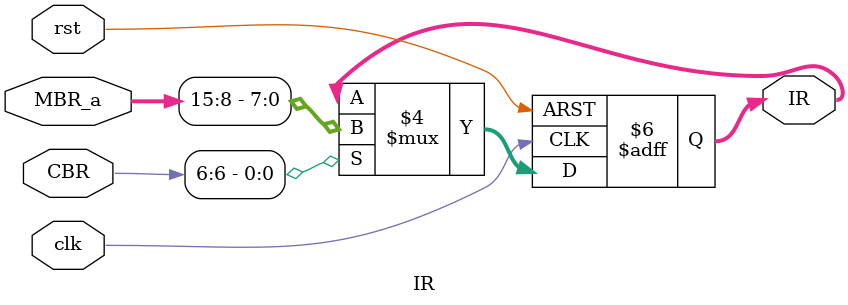
<source format=v>
`timescale 1ns / 1ps


module IR(
input clk,
input rst,
input [21:0] CBR,
input [15:0] MBR_a,
output reg [7:0] IR
    );
    initial begin
    IR<=0;
    end
    
    always@(posedge clk or negedge rst)
    begin
        if(~rst)
        begin
            IR <=0;
        end
        
        else
        begin
            if(CBR[6]) 
            begin
            IR <= MBR_a[15:8];
            end
        end
    end
endmodule

</source>
